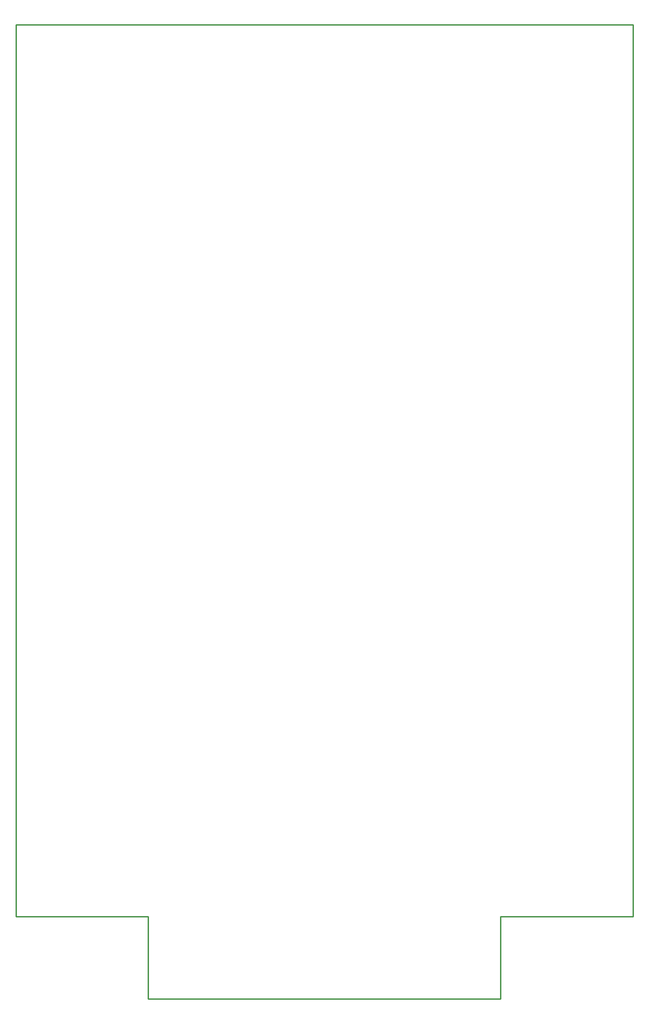
<source format=gbr>
G04 EAGLE Gerber RS-274X export*
G75*
%MOMM*%
%FSLAX34Y34*%
%LPD*%
%IN*%
%IPPOS*%
%AMOC8*
5,1,8,0,0,1.08239X$1,22.5*%
G01*
%ADD10C,0.254000*%


D10*
X-595630Y-720090D02*
X-351155Y-720090D01*
X-351155Y-872490D01*
X301625Y-872490D01*
X301625Y-720090D01*
X547370Y-720090D01*
X547370Y930910D01*
X-595630Y930910D01*
X-595630Y-720090D01*
M02*

</source>
